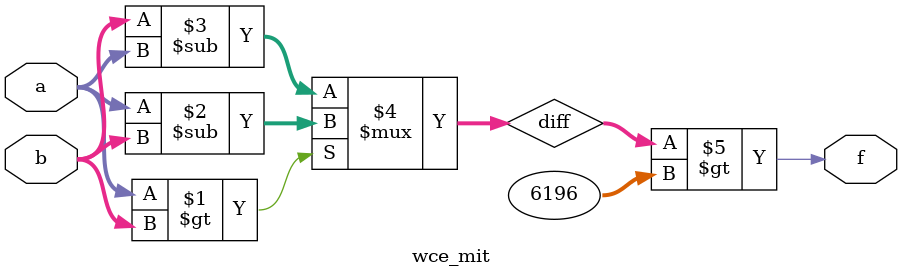
<source format=v>
module wce_mit(a, b, f);
parameter _bit = 16;
parameter wce = 6196;
input [_bit - 1: 0] a;
input [_bit - 1: 0] b;
output f;
wire [_bit - 1: 0] diff;
assign diff = (a > b)? (a - b): (b - a);
assign f = (diff > wce);
endmodule

</source>
